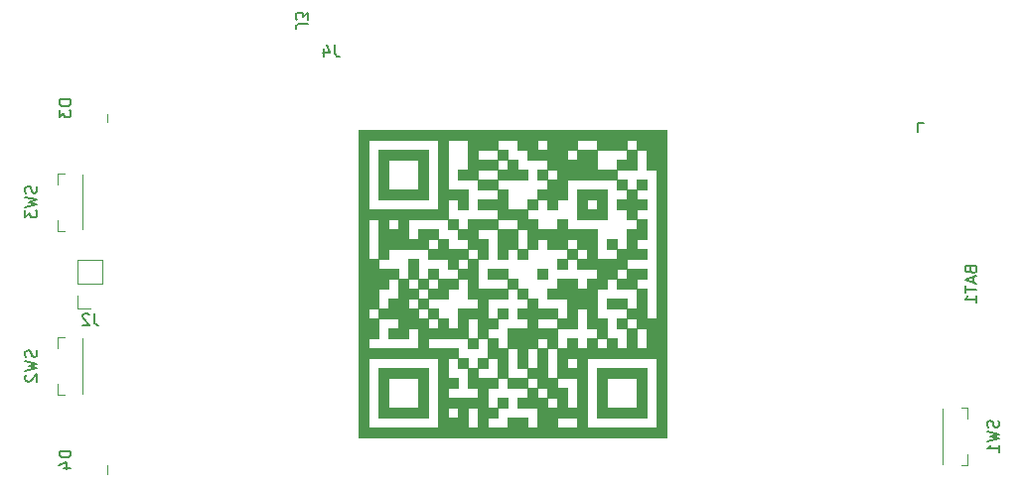
<source format=gbr>
G04 #@! TF.GenerationSoftware,KiCad,Pcbnew,5.1.2*
G04 #@! TF.CreationDate,2019-07-04T05:17:55+02:00*
G04 #@! TF.ProjectId,eside_rev17,65736964-655f-4726-9576-31372e6b6963,rev?*
G04 #@! TF.SameCoordinates,Original*
G04 #@! TF.FileFunction,Legend,Bot*
G04 #@! TF.FilePolarity,Positive*
%FSLAX46Y46*%
G04 Gerber Fmt 4.6, Leading zero omitted, Abs format (unit mm)*
G04 Created by KiCad (PCBNEW 5.1.2) date 2019-07-04 05:17:55*
%MOMM*%
%LPD*%
G04 APERTURE LIST*
%ADD10C,0.120000*%
%ADD11C,0.010000*%
%ADD12C,0.150000*%
G04 APERTURE END LIST*
D10*
X41225000Y-46475000D02*
X41225000Y-45550000D01*
X41775000Y-50450000D02*
X41225000Y-50450000D01*
X41775000Y-45550000D02*
X41225000Y-45550000D01*
X43350000Y-50350000D02*
X43350000Y-45650000D01*
X41225000Y-50450000D02*
X41225000Y-49525000D01*
X41225000Y-60475000D02*
X41225000Y-59550000D01*
X41775000Y-64450000D02*
X41225000Y-64450000D01*
X41775000Y-59550000D02*
X41225000Y-59550000D01*
X43350000Y-64350000D02*
X43350000Y-59650000D01*
X41225000Y-64450000D02*
X41225000Y-63525000D01*
X118775000Y-69525000D02*
X118775000Y-70450000D01*
X118225000Y-65550000D02*
X118775000Y-65550000D01*
X118225000Y-70450000D02*
X118775000Y-70450000D01*
X116650000Y-65650000D02*
X116650000Y-70350000D01*
X118775000Y-65550000D02*
X118775000Y-66475000D01*
D11*
G36*
X91430000Y-62196667D02*
G01*
X87196667Y-62196667D01*
X87196667Y-65583333D01*
X88043333Y-65583333D01*
X88043333Y-63043333D01*
X90583333Y-63043333D01*
X90583333Y-65583333D01*
X88043333Y-65583333D01*
X87196667Y-65583333D01*
X87196667Y-66430000D01*
X91430000Y-66430000D01*
X91430000Y-62196667D01*
X91430000Y-62196667D01*
G37*
X91430000Y-62196667D02*
X87196667Y-62196667D01*
X87196667Y-65583333D01*
X88043333Y-65583333D01*
X88043333Y-63043333D01*
X90583333Y-63043333D01*
X90583333Y-65583333D01*
X88043333Y-65583333D01*
X87196667Y-65583333D01*
X87196667Y-66430000D01*
X91430000Y-66430000D01*
X91430000Y-62196667D01*
G36*
X72803333Y-62196667D02*
G01*
X68570000Y-62196667D01*
X68570000Y-65583333D01*
X69416667Y-65583333D01*
X69416667Y-63043333D01*
X71956667Y-63043333D01*
X71956667Y-65583333D01*
X69416667Y-65583333D01*
X68570000Y-65583333D01*
X68570000Y-66430000D01*
X72803333Y-66430000D01*
X72803333Y-62196667D01*
X72803333Y-62196667D01*
G37*
X72803333Y-62196667D02*
X68570000Y-62196667D01*
X68570000Y-65583333D01*
X69416667Y-65583333D01*
X69416667Y-63043333D01*
X71956667Y-63043333D01*
X71956667Y-65583333D01*
X69416667Y-65583333D01*
X68570000Y-65583333D01*
X68570000Y-66430000D01*
X72803333Y-66430000D01*
X72803333Y-62196667D01*
G36*
X79576667Y-64736667D02*
G01*
X78730000Y-64736667D01*
X78730000Y-65583333D01*
X79576667Y-65583333D01*
X79576667Y-64736667D01*
X79576667Y-64736667D01*
G37*
X79576667Y-64736667D02*
X78730000Y-64736667D01*
X78730000Y-65583333D01*
X79576667Y-65583333D01*
X79576667Y-64736667D01*
G36*
X76190000Y-61350000D02*
G01*
X75343333Y-61350000D01*
X75343333Y-62196667D01*
X76190000Y-62196667D01*
X76190000Y-61350000D01*
X76190000Y-61350000D01*
G37*
X76190000Y-61350000D02*
X75343333Y-61350000D01*
X75343333Y-62196667D01*
X76190000Y-62196667D01*
X76190000Y-61350000D01*
G36*
X77036667Y-59656667D02*
G01*
X76190000Y-59656667D01*
X76190000Y-60503333D01*
X77036667Y-60503333D01*
X77036667Y-59656667D01*
X77036667Y-59656667D01*
G37*
X77036667Y-59656667D02*
X76190000Y-59656667D01*
X76190000Y-60503333D01*
X77036667Y-60503333D01*
X77036667Y-59656667D01*
G36*
X89736667Y-57963333D02*
G01*
X88890000Y-57963333D01*
X88890000Y-58810000D01*
X89736667Y-58810000D01*
X89736667Y-57963333D01*
X89736667Y-57963333D01*
G37*
X89736667Y-57963333D02*
X88890000Y-57963333D01*
X88890000Y-58810000D01*
X89736667Y-58810000D01*
X89736667Y-57963333D01*
G36*
X79576667Y-57116667D02*
G01*
X78730000Y-57116667D01*
X78730000Y-57963333D01*
X79576667Y-57963333D01*
X79576667Y-57116667D01*
X79576667Y-57116667D01*
G37*
X79576667Y-57116667D02*
X78730000Y-57116667D01*
X78730000Y-57963333D01*
X79576667Y-57963333D01*
X79576667Y-57116667D01*
G36*
X89736667Y-56270000D02*
G01*
X88043333Y-56270000D01*
X88043333Y-57116667D01*
X89736667Y-57116667D01*
X89736667Y-56270000D01*
X89736667Y-56270000D01*
G37*
X89736667Y-56270000D02*
X88043333Y-56270000D01*
X88043333Y-57116667D01*
X89736667Y-57116667D01*
X89736667Y-56270000D01*
G36*
X82963333Y-53730000D02*
G01*
X82116667Y-53730000D01*
X82116667Y-54576667D01*
X82963333Y-54576667D01*
X82963333Y-53730000D01*
X82963333Y-53730000D01*
G37*
X82963333Y-53730000D02*
X82116667Y-53730000D01*
X82116667Y-54576667D01*
X82963333Y-54576667D01*
X82963333Y-53730000D01*
G36*
X71956667Y-55423333D02*
G01*
X72803333Y-55423333D01*
X72803333Y-54576667D01*
X73650000Y-54576667D01*
X73650000Y-55423333D01*
X72803333Y-55423333D01*
X72803333Y-56270000D01*
X74496667Y-56270000D01*
X74496667Y-55423333D01*
X75343333Y-55423333D01*
X75343333Y-54576667D01*
X73650000Y-54576667D01*
X73650000Y-53730000D01*
X72803333Y-53730000D01*
X72803333Y-54576667D01*
X71956667Y-54576667D01*
X71956667Y-55423333D01*
X71956667Y-55423333D01*
G37*
X71956667Y-55423333D02*
X72803333Y-55423333D01*
X72803333Y-54576667D01*
X73650000Y-54576667D01*
X73650000Y-55423333D01*
X72803333Y-55423333D01*
X72803333Y-56270000D01*
X74496667Y-56270000D01*
X74496667Y-55423333D01*
X75343333Y-55423333D01*
X75343333Y-54576667D01*
X73650000Y-54576667D01*
X73650000Y-53730000D01*
X72803333Y-53730000D01*
X72803333Y-54576667D01*
X71956667Y-54576667D01*
X71956667Y-55423333D01*
G36*
X71956667Y-56270000D02*
G01*
X71956667Y-57116667D01*
X72803333Y-57116667D01*
X72803333Y-56270000D01*
X71956667Y-56270000D01*
X71956667Y-56270000D01*
G37*
X71956667Y-56270000D02*
X71956667Y-57116667D01*
X72803333Y-57116667D01*
X72803333Y-56270000D01*
X71956667Y-56270000D01*
G36*
X72803333Y-57963333D02*
G01*
X73650000Y-57963333D01*
X73650000Y-57116667D01*
X72803333Y-57116667D01*
X72803333Y-57963333D01*
X72803333Y-57963333D01*
G37*
X72803333Y-57963333D02*
X73650000Y-57963333D01*
X73650000Y-57116667D01*
X72803333Y-57116667D01*
X72803333Y-57963333D01*
G36*
X71956667Y-52883333D02*
G01*
X71110000Y-52883333D01*
X71110000Y-54576667D01*
X71956667Y-54576667D01*
X71956667Y-52883333D01*
X71956667Y-52883333D01*
G37*
X71956667Y-52883333D02*
X71110000Y-52883333D01*
X71110000Y-54576667D01*
X71956667Y-54576667D01*
X71956667Y-52883333D01*
G36*
X88043333Y-46956667D02*
G01*
X85503333Y-46956667D01*
X85503333Y-48650000D01*
X86350000Y-48650000D01*
X86350000Y-47803333D01*
X87196667Y-47803333D01*
X87196667Y-48650000D01*
X86350000Y-48650000D01*
X85503333Y-48650000D01*
X85503333Y-49496667D01*
X88043333Y-49496667D01*
X88043333Y-46956667D01*
X88043333Y-46956667D01*
G37*
X88043333Y-46956667D02*
X85503333Y-46956667D01*
X85503333Y-48650000D01*
X86350000Y-48650000D01*
X86350000Y-47803333D01*
X87196667Y-47803333D01*
X87196667Y-48650000D01*
X86350000Y-48650000D01*
X85503333Y-48650000D01*
X85503333Y-49496667D01*
X88043333Y-49496667D01*
X88043333Y-46956667D01*
G36*
X82963333Y-45263333D02*
G01*
X82116667Y-45263333D01*
X82116667Y-46110000D01*
X82963333Y-46110000D01*
X82963333Y-45263333D01*
X82963333Y-45263333D01*
G37*
X82963333Y-45263333D02*
X82116667Y-45263333D01*
X82116667Y-46110000D01*
X82963333Y-46110000D01*
X82963333Y-45263333D01*
G36*
X90583333Y-43570000D02*
G01*
X89736667Y-43570000D01*
X89736667Y-44416667D01*
X88890000Y-44416667D01*
X88890000Y-45263333D01*
X90583333Y-45263333D01*
X90583333Y-43570000D01*
X90583333Y-43570000D01*
G37*
X90583333Y-43570000D02*
X89736667Y-43570000D01*
X89736667Y-44416667D01*
X88890000Y-44416667D01*
X88890000Y-45263333D01*
X90583333Y-45263333D01*
X90583333Y-43570000D01*
G36*
X89736667Y-47803333D02*
G01*
X88890000Y-47803333D01*
X88890000Y-48650000D01*
X89736667Y-48650000D01*
X89736667Y-49496667D01*
X90583333Y-49496667D01*
X90583333Y-48650000D01*
X91430000Y-48650000D01*
X91430000Y-47803333D01*
X90583333Y-47803333D01*
X90583333Y-46956667D01*
X89736667Y-46956667D01*
X89736667Y-47803333D01*
X89736667Y-47803333D01*
G37*
X89736667Y-47803333D02*
X88890000Y-47803333D01*
X88890000Y-48650000D01*
X89736667Y-48650000D01*
X89736667Y-49496667D01*
X90583333Y-49496667D01*
X90583333Y-48650000D01*
X91430000Y-48650000D01*
X91430000Y-47803333D01*
X90583333Y-47803333D01*
X90583333Y-46956667D01*
X89736667Y-46956667D01*
X89736667Y-47803333D01*
G36*
X90583333Y-50343333D02*
G01*
X89736667Y-50343333D01*
X89736667Y-52036667D01*
X88890000Y-52036667D01*
X88890000Y-52883333D01*
X87196667Y-52883333D01*
X87196667Y-50343333D01*
X84656667Y-50343333D01*
X84656667Y-49496667D01*
X83810000Y-49496667D01*
X83810000Y-50343333D01*
X82116667Y-50343333D01*
X82116667Y-49496667D01*
X81270000Y-49496667D01*
X81270000Y-48650000D01*
X79576667Y-48650000D01*
X79576667Y-46956667D01*
X78730000Y-46956667D01*
X78730000Y-47803333D01*
X77036667Y-47803333D01*
X77036667Y-48650000D01*
X78730000Y-48650000D01*
X78730000Y-49496667D01*
X76190000Y-49496667D01*
X76190000Y-50343333D01*
X75343333Y-50343333D01*
X75343333Y-51190000D01*
X76190000Y-51190000D01*
X76190000Y-52036667D01*
X77036667Y-52036667D01*
X77036667Y-52883333D01*
X77883333Y-52883333D01*
X77883333Y-51190000D01*
X77036667Y-51190000D01*
X77036667Y-50343333D01*
X78730000Y-50343333D01*
X78730000Y-49496667D01*
X80423333Y-49496667D01*
X80423333Y-50343333D01*
X78730000Y-50343333D01*
X78730000Y-52883333D01*
X79576667Y-52883333D01*
X79576667Y-52036667D01*
X80423333Y-52036667D01*
X80423333Y-50343333D01*
X81270000Y-50343333D01*
X81270000Y-52036667D01*
X80423333Y-52036667D01*
X80423333Y-52883333D01*
X81270000Y-52883333D01*
X81270000Y-52036667D01*
X82116667Y-52036667D01*
X82116667Y-51190000D01*
X82963333Y-51190000D01*
X82963333Y-52036667D01*
X84656667Y-52036667D01*
X84656667Y-51190000D01*
X85503333Y-51190000D01*
X85503333Y-52036667D01*
X84656667Y-52036667D01*
X84656667Y-52883333D01*
X85503333Y-52883333D01*
X85503333Y-52036667D01*
X86350000Y-52036667D01*
X86350000Y-52883333D01*
X85503333Y-52883333D01*
X85503333Y-53730000D01*
X87196667Y-53730000D01*
X87196667Y-54576667D01*
X86350000Y-54576667D01*
X86350000Y-55423333D01*
X85503333Y-55423333D01*
X85503333Y-54576667D01*
X83810000Y-54576667D01*
X83810000Y-55423333D01*
X82963333Y-55423333D01*
X82963333Y-56270000D01*
X84656667Y-56270000D01*
X84656667Y-57963333D01*
X83810000Y-57963333D01*
X83810000Y-58810000D01*
X85503333Y-58810000D01*
X85503333Y-57116667D01*
X86350000Y-57116667D01*
X86350000Y-58810000D01*
X87196667Y-58810000D01*
X87196667Y-59656667D01*
X88043333Y-59656667D01*
X88043333Y-57963333D01*
X87196667Y-57963333D01*
X87196667Y-55423333D01*
X88043333Y-55423333D01*
X88043333Y-54576667D01*
X88890000Y-54576667D01*
X88890000Y-53730000D01*
X89736667Y-53730000D01*
X89736667Y-54576667D01*
X88890000Y-54576667D01*
X88890000Y-55423333D01*
X90583333Y-55423333D01*
X90583333Y-54576667D01*
X91430000Y-54576667D01*
X91430000Y-53730000D01*
X89736667Y-53730000D01*
X89736667Y-52883333D01*
X91430000Y-52883333D01*
X91430000Y-52036667D01*
X90583333Y-52036667D01*
X90583333Y-51190000D01*
X91430000Y-51190000D01*
X91430000Y-49496667D01*
X90583333Y-49496667D01*
X90583333Y-50343333D01*
X90583333Y-50343333D01*
G37*
X90583333Y-50343333D02*
X89736667Y-50343333D01*
X89736667Y-52036667D01*
X88890000Y-52036667D01*
X88890000Y-52883333D01*
X87196667Y-52883333D01*
X87196667Y-50343333D01*
X84656667Y-50343333D01*
X84656667Y-49496667D01*
X83810000Y-49496667D01*
X83810000Y-50343333D01*
X82116667Y-50343333D01*
X82116667Y-49496667D01*
X81270000Y-49496667D01*
X81270000Y-48650000D01*
X79576667Y-48650000D01*
X79576667Y-46956667D01*
X78730000Y-46956667D01*
X78730000Y-47803333D01*
X77036667Y-47803333D01*
X77036667Y-48650000D01*
X78730000Y-48650000D01*
X78730000Y-49496667D01*
X76190000Y-49496667D01*
X76190000Y-50343333D01*
X75343333Y-50343333D01*
X75343333Y-51190000D01*
X76190000Y-51190000D01*
X76190000Y-52036667D01*
X77036667Y-52036667D01*
X77036667Y-52883333D01*
X77883333Y-52883333D01*
X77883333Y-51190000D01*
X77036667Y-51190000D01*
X77036667Y-50343333D01*
X78730000Y-50343333D01*
X78730000Y-49496667D01*
X80423333Y-49496667D01*
X80423333Y-50343333D01*
X78730000Y-50343333D01*
X78730000Y-52883333D01*
X79576667Y-52883333D01*
X79576667Y-52036667D01*
X80423333Y-52036667D01*
X80423333Y-50343333D01*
X81270000Y-50343333D01*
X81270000Y-52036667D01*
X80423333Y-52036667D01*
X80423333Y-52883333D01*
X81270000Y-52883333D01*
X81270000Y-52036667D01*
X82116667Y-52036667D01*
X82116667Y-51190000D01*
X82963333Y-51190000D01*
X82963333Y-52036667D01*
X84656667Y-52036667D01*
X84656667Y-51190000D01*
X85503333Y-51190000D01*
X85503333Y-52036667D01*
X84656667Y-52036667D01*
X84656667Y-52883333D01*
X85503333Y-52883333D01*
X85503333Y-52036667D01*
X86350000Y-52036667D01*
X86350000Y-52883333D01*
X85503333Y-52883333D01*
X85503333Y-53730000D01*
X87196667Y-53730000D01*
X87196667Y-54576667D01*
X86350000Y-54576667D01*
X86350000Y-55423333D01*
X85503333Y-55423333D01*
X85503333Y-54576667D01*
X83810000Y-54576667D01*
X83810000Y-55423333D01*
X82963333Y-55423333D01*
X82963333Y-56270000D01*
X84656667Y-56270000D01*
X84656667Y-57963333D01*
X83810000Y-57963333D01*
X83810000Y-58810000D01*
X85503333Y-58810000D01*
X85503333Y-57116667D01*
X86350000Y-57116667D01*
X86350000Y-58810000D01*
X87196667Y-58810000D01*
X87196667Y-59656667D01*
X88043333Y-59656667D01*
X88043333Y-57963333D01*
X87196667Y-57963333D01*
X87196667Y-55423333D01*
X88043333Y-55423333D01*
X88043333Y-54576667D01*
X88890000Y-54576667D01*
X88890000Y-53730000D01*
X89736667Y-53730000D01*
X89736667Y-54576667D01*
X88890000Y-54576667D01*
X88890000Y-55423333D01*
X90583333Y-55423333D01*
X90583333Y-54576667D01*
X91430000Y-54576667D01*
X91430000Y-53730000D01*
X89736667Y-53730000D01*
X89736667Y-52883333D01*
X91430000Y-52883333D01*
X91430000Y-52036667D01*
X90583333Y-52036667D01*
X90583333Y-51190000D01*
X91430000Y-51190000D01*
X91430000Y-49496667D01*
X90583333Y-49496667D01*
X90583333Y-50343333D01*
G36*
X89736667Y-46110000D02*
G01*
X88890000Y-46110000D01*
X88890000Y-46956667D01*
X89736667Y-46956667D01*
X89736667Y-46110000D01*
X89736667Y-46110000D01*
G37*
X89736667Y-46110000D02*
X88890000Y-46110000D01*
X88890000Y-46956667D01*
X89736667Y-46956667D01*
X89736667Y-46110000D01*
G36*
X79576667Y-45263333D02*
G01*
X78730000Y-45263333D01*
X78730000Y-46110000D01*
X81270000Y-46110000D01*
X81270000Y-45263333D01*
X80423333Y-45263333D01*
X80423333Y-44416667D01*
X79576667Y-44416667D01*
X79576667Y-45263333D01*
X79576667Y-45263333D01*
G37*
X79576667Y-45263333D02*
X78730000Y-45263333D01*
X78730000Y-46110000D01*
X81270000Y-46110000D01*
X81270000Y-45263333D01*
X80423333Y-45263333D01*
X80423333Y-44416667D01*
X79576667Y-44416667D01*
X79576667Y-45263333D01*
G36*
X77036667Y-46110000D02*
G01*
X77036667Y-46956667D01*
X78730000Y-46956667D01*
X78730000Y-46110000D01*
X77036667Y-46110000D01*
X77036667Y-46110000D01*
G37*
X77036667Y-46110000D02*
X77036667Y-46956667D01*
X78730000Y-46956667D01*
X78730000Y-46110000D01*
X77036667Y-46110000D01*
G36*
X88890000Y-51190000D02*
G01*
X88043333Y-51190000D01*
X88043333Y-52036667D01*
X88890000Y-52036667D01*
X88890000Y-51190000D01*
X88890000Y-51190000D01*
G37*
X88890000Y-51190000D02*
X88043333Y-51190000D01*
X88043333Y-52036667D01*
X88890000Y-52036667D01*
X88890000Y-51190000D01*
G36*
X79576667Y-43570000D02*
G01*
X78730000Y-43570000D01*
X78730000Y-44416667D01*
X79576667Y-44416667D01*
X79576667Y-43570000D01*
X79576667Y-43570000D01*
G37*
X79576667Y-43570000D02*
X78730000Y-43570000D01*
X78730000Y-44416667D01*
X79576667Y-44416667D01*
X79576667Y-43570000D01*
G36*
X75343333Y-49496667D02*
G01*
X74496667Y-49496667D01*
X74496667Y-50343333D01*
X75343333Y-50343333D01*
X75343333Y-49496667D01*
X75343333Y-49496667D01*
G37*
X75343333Y-49496667D02*
X74496667Y-49496667D01*
X74496667Y-50343333D01*
X75343333Y-50343333D01*
X75343333Y-49496667D01*
G36*
X74496667Y-52036667D02*
G01*
X74496667Y-51190000D01*
X73650000Y-51190000D01*
X73650000Y-52036667D01*
X72803333Y-52036667D01*
X72803333Y-52883333D01*
X74496667Y-52883333D01*
X74496667Y-53730000D01*
X75343333Y-53730000D01*
X75343333Y-52883333D01*
X76190000Y-52883333D01*
X76190000Y-52036667D01*
X74496667Y-52036667D01*
X74496667Y-52036667D01*
G37*
X74496667Y-52036667D02*
X74496667Y-51190000D01*
X73650000Y-51190000D01*
X73650000Y-52036667D01*
X72803333Y-52036667D01*
X72803333Y-52883333D01*
X74496667Y-52883333D01*
X74496667Y-53730000D01*
X75343333Y-53730000D01*
X75343333Y-52883333D01*
X76190000Y-52883333D01*
X76190000Y-52036667D01*
X74496667Y-52036667D01*
G36*
X83810000Y-57116667D02*
G01*
X82116667Y-57116667D01*
X82116667Y-56270000D01*
X81270000Y-56270000D01*
X81270000Y-57116667D01*
X80423333Y-57116667D01*
X80423333Y-57963333D01*
X81270000Y-57963333D01*
X81270000Y-58810000D01*
X79576667Y-58810000D01*
X79576667Y-60503333D01*
X80423333Y-60503333D01*
X80423333Y-62196667D01*
X81270000Y-62196667D01*
X81270000Y-60503333D01*
X82116667Y-60503333D01*
X82116667Y-59656667D01*
X82963333Y-59656667D01*
X82963333Y-60503333D01*
X83810000Y-60503333D01*
X83810000Y-58810000D01*
X82116667Y-58810000D01*
X82116667Y-57963333D01*
X83810000Y-57963333D01*
X83810000Y-57116667D01*
X83810000Y-57116667D01*
G37*
X83810000Y-57116667D02*
X82116667Y-57116667D01*
X82116667Y-56270000D01*
X81270000Y-56270000D01*
X81270000Y-57116667D01*
X80423333Y-57116667D01*
X80423333Y-57963333D01*
X81270000Y-57963333D01*
X81270000Y-58810000D01*
X79576667Y-58810000D01*
X79576667Y-60503333D01*
X80423333Y-60503333D01*
X80423333Y-62196667D01*
X81270000Y-62196667D01*
X81270000Y-60503333D01*
X82116667Y-60503333D01*
X82116667Y-59656667D01*
X82963333Y-59656667D01*
X82963333Y-60503333D01*
X83810000Y-60503333D01*
X83810000Y-58810000D01*
X82116667Y-58810000D01*
X82116667Y-57963333D01*
X83810000Y-57963333D01*
X83810000Y-57116667D01*
G36*
X79576667Y-55423333D02*
G01*
X80423333Y-55423333D01*
X80423333Y-54576667D01*
X79576667Y-54576667D01*
X79576667Y-55423333D01*
X79576667Y-55423333D01*
G37*
X79576667Y-55423333D02*
X80423333Y-55423333D01*
X80423333Y-54576667D01*
X79576667Y-54576667D01*
X79576667Y-55423333D01*
G36*
X80423333Y-56270000D02*
G01*
X81270000Y-56270000D01*
X81270000Y-55423333D01*
X80423333Y-55423333D01*
X80423333Y-56270000D01*
X80423333Y-56270000D01*
G37*
X80423333Y-56270000D02*
X81270000Y-56270000D01*
X81270000Y-55423333D01*
X80423333Y-55423333D01*
X80423333Y-56270000D01*
G36*
X83810000Y-52883333D02*
G01*
X83810000Y-53730000D01*
X84656667Y-53730000D01*
X84656667Y-52883333D01*
X83810000Y-52883333D01*
X83810000Y-52883333D01*
G37*
X83810000Y-52883333D02*
X83810000Y-53730000D01*
X84656667Y-53730000D01*
X84656667Y-52883333D01*
X83810000Y-52883333D01*
G36*
X78730000Y-60503333D02*
G01*
X78730000Y-59656667D01*
X77883333Y-59656667D01*
X77883333Y-61350000D01*
X78730000Y-61350000D01*
X78730000Y-63043333D01*
X79576667Y-63043333D01*
X79576667Y-60503333D01*
X78730000Y-60503333D01*
X78730000Y-60503333D01*
G37*
X78730000Y-60503333D02*
X78730000Y-59656667D01*
X77883333Y-59656667D01*
X77883333Y-61350000D01*
X78730000Y-61350000D01*
X78730000Y-63043333D01*
X79576667Y-63043333D01*
X79576667Y-60503333D01*
X78730000Y-60503333D01*
G36*
X79576667Y-53730000D02*
G01*
X77883333Y-53730000D01*
X77883333Y-54576667D01*
X79576667Y-54576667D01*
X79576667Y-53730000D01*
X79576667Y-53730000D01*
G37*
X79576667Y-53730000D02*
X77883333Y-53730000D01*
X77883333Y-54576667D01*
X79576667Y-54576667D01*
X79576667Y-53730000D01*
G36*
X79576667Y-63890000D02*
G01*
X81270000Y-63890000D01*
X81270000Y-63043333D01*
X79576667Y-63043333D01*
X79576667Y-63890000D01*
X79576667Y-63890000D01*
G37*
X79576667Y-63890000D02*
X81270000Y-63890000D01*
X81270000Y-63043333D01*
X79576667Y-63043333D01*
X79576667Y-63890000D01*
G36*
X82116667Y-47803333D02*
G01*
X81270000Y-47803333D01*
X81270000Y-48650000D01*
X82116667Y-48650000D01*
X82116667Y-47803333D01*
X82116667Y-47803333D01*
G37*
X82116667Y-47803333D02*
X81270000Y-47803333D01*
X81270000Y-48650000D01*
X82116667Y-48650000D01*
X82116667Y-47803333D01*
G36*
X91430000Y-46110000D02*
G01*
X90583333Y-46110000D01*
X90583333Y-46956667D01*
X91430000Y-46956667D01*
X91430000Y-46110000D01*
X91430000Y-46110000D01*
G37*
X91430000Y-46110000D02*
X90583333Y-46110000D01*
X90583333Y-46956667D01*
X91430000Y-46956667D01*
X91430000Y-46110000D01*
G36*
X77036667Y-61350000D02*
G01*
X77036667Y-62196667D01*
X77883333Y-62196667D01*
X77883333Y-61350000D01*
X77036667Y-61350000D01*
X77036667Y-61350000D01*
G37*
X77036667Y-61350000D02*
X77036667Y-62196667D01*
X77883333Y-62196667D01*
X77883333Y-61350000D01*
X77036667Y-61350000D01*
G36*
X72803333Y-43570000D02*
G01*
X68570000Y-43570000D01*
X68570000Y-46956667D01*
X69416667Y-46956667D01*
X69416667Y-44416667D01*
X71956667Y-44416667D01*
X71956667Y-46956667D01*
X69416667Y-46956667D01*
X68570000Y-46956667D01*
X68570000Y-47803333D01*
X72803333Y-47803333D01*
X72803333Y-43570000D01*
X72803333Y-43570000D01*
G37*
X72803333Y-43570000D02*
X68570000Y-43570000D01*
X68570000Y-46956667D01*
X69416667Y-46956667D01*
X69416667Y-44416667D01*
X71956667Y-44416667D01*
X71956667Y-46956667D01*
X69416667Y-46956667D01*
X68570000Y-46956667D01*
X68570000Y-47803333D01*
X72803333Y-47803333D01*
X72803333Y-43570000D01*
G36*
X93123333Y-41876667D02*
G01*
X66876667Y-41876667D01*
X66876667Y-48650000D01*
X67723333Y-48650000D01*
X67723333Y-42723333D01*
X73650000Y-42723333D01*
X73650000Y-48650000D01*
X67723333Y-48650000D01*
X66876667Y-48650000D01*
X66876667Y-52883333D01*
X67723333Y-52883333D01*
X67723333Y-49496667D01*
X68570000Y-49496667D01*
X68570000Y-50343333D01*
X69416667Y-50343333D01*
X69416667Y-49496667D01*
X70263333Y-49496667D01*
X70263333Y-50343333D01*
X69416667Y-50343333D01*
X68570000Y-50343333D01*
X68570000Y-52883333D01*
X67723333Y-52883333D01*
X66876667Y-52883333D01*
X66876667Y-53730000D01*
X68570000Y-53730000D01*
X68570000Y-52883333D01*
X69416667Y-52883333D01*
X69416667Y-52036667D01*
X72803333Y-52036667D01*
X72803333Y-51190000D01*
X73650000Y-51190000D01*
X73650000Y-50343333D01*
X71956667Y-50343333D01*
X71956667Y-51190000D01*
X71110000Y-51190000D01*
X71110000Y-49496667D01*
X74496667Y-49496667D01*
X74496667Y-47803333D01*
X75343333Y-47803333D01*
X75343333Y-48650000D01*
X76190000Y-48650000D01*
X76190000Y-46956667D01*
X74496667Y-46956667D01*
X74496667Y-42723333D01*
X76190000Y-42723333D01*
X76190000Y-45263333D01*
X75343333Y-45263333D01*
X75343333Y-46110000D01*
X77036667Y-46110000D01*
X77036667Y-45263333D01*
X78730000Y-45263333D01*
X78730000Y-44416667D01*
X77036667Y-44416667D01*
X77036667Y-43570000D01*
X78730000Y-43570000D01*
X78730000Y-42723333D01*
X80423333Y-42723333D01*
X80423333Y-43570000D01*
X81270000Y-43570000D01*
X82116667Y-43570000D01*
X82116667Y-42723333D01*
X82963333Y-42723333D01*
X85503333Y-42723333D01*
X87196667Y-42723333D01*
X87196667Y-43570000D01*
X85503333Y-43570000D01*
X85503333Y-42723333D01*
X82963333Y-42723333D01*
X82963333Y-43570000D01*
X82116667Y-43570000D01*
X81270000Y-43570000D01*
X81270000Y-44416667D01*
X82963333Y-44416667D01*
X84656667Y-44416667D01*
X84656667Y-43570000D01*
X85503333Y-43570000D01*
X85503333Y-44416667D01*
X84656667Y-44416667D01*
X82963333Y-44416667D01*
X82963333Y-45263333D01*
X83810000Y-45263333D01*
X83810000Y-46110000D01*
X82963333Y-46110000D01*
X82963333Y-46956667D01*
X82116667Y-46956667D01*
X82116667Y-47803333D01*
X82963333Y-47803333D01*
X82963333Y-48650000D01*
X83810000Y-48650000D01*
X83810000Y-47803333D01*
X84656667Y-47803333D01*
X84656667Y-46110000D01*
X88890000Y-46110000D01*
X88890000Y-45263333D01*
X87196667Y-45263333D01*
X87196667Y-43570000D01*
X89736667Y-43570000D01*
X89736667Y-42723333D01*
X90583333Y-42723333D01*
X90583333Y-43570000D01*
X91430000Y-43570000D01*
X91430000Y-45263333D01*
X92276667Y-45263333D01*
X92276667Y-57963333D01*
X91430000Y-57963333D01*
X91430000Y-55423333D01*
X90583333Y-55423333D01*
X90583333Y-57116667D01*
X89736667Y-57116667D01*
X89736667Y-57963333D01*
X90583333Y-57963333D01*
X90583333Y-58810000D01*
X89736667Y-58810000D01*
X89736667Y-60503333D01*
X90583333Y-60503333D01*
X90583333Y-58810000D01*
X91430000Y-58810000D01*
X91430000Y-60503333D01*
X90583333Y-60503333D01*
X89736667Y-60503333D01*
X88890000Y-60503333D01*
X88890000Y-59656667D01*
X88043333Y-59656667D01*
X88043333Y-60503333D01*
X87196667Y-60503333D01*
X87196667Y-59656667D01*
X86350000Y-59656667D01*
X86350000Y-60503333D01*
X85503333Y-60503333D01*
X85503333Y-59656667D01*
X84656667Y-59656667D01*
X84656667Y-60503333D01*
X83810000Y-60503333D01*
X83810000Y-62196667D01*
X84656667Y-62196667D01*
X84656667Y-61350000D01*
X85503333Y-61350000D01*
X85503333Y-62196667D01*
X84656667Y-62196667D01*
X83810000Y-62196667D01*
X83810000Y-63043333D01*
X82963333Y-63043333D01*
X82963333Y-60503333D01*
X82116667Y-60503333D01*
X82116667Y-62196667D01*
X81270000Y-62196667D01*
X81270000Y-63043333D01*
X82116667Y-63043333D01*
X82116667Y-63890000D01*
X81270000Y-63890000D01*
X81270000Y-64736667D01*
X82116667Y-64736667D01*
X82116667Y-63890000D01*
X82963333Y-63890000D01*
X83810000Y-63890000D01*
X83810000Y-63043333D01*
X85503333Y-63043333D01*
X85503333Y-65583333D01*
X84656667Y-65583333D01*
X84656667Y-63890000D01*
X83810000Y-63890000D01*
X82963333Y-63890000D01*
X82963333Y-64736667D01*
X82116667Y-64736667D01*
X81270000Y-64736667D01*
X80423333Y-64736667D01*
X80423333Y-65583333D01*
X82116667Y-65583333D01*
X82963333Y-65583333D01*
X82963333Y-64736667D01*
X83810000Y-64736667D01*
X83810000Y-65583333D01*
X82963333Y-65583333D01*
X82116667Y-65583333D01*
X82116667Y-67276667D01*
X83810000Y-67276667D01*
X83810000Y-66430000D01*
X85503333Y-66430000D01*
X85503333Y-67276667D01*
X86350000Y-67276667D01*
X86350000Y-61350000D01*
X92276667Y-61350000D01*
X92276667Y-67276667D01*
X86350000Y-67276667D01*
X85503333Y-67276667D01*
X83810000Y-67276667D01*
X82116667Y-67276667D01*
X81270000Y-67276667D01*
X81270000Y-66430000D01*
X79576667Y-66430000D01*
X79576667Y-67276667D01*
X77883333Y-67276667D01*
X77883333Y-66430000D01*
X78730000Y-66430000D01*
X78730000Y-65583333D01*
X77883333Y-65583333D01*
X77883333Y-63890000D01*
X78730000Y-63890000D01*
X78730000Y-63043333D01*
X77036667Y-63043333D01*
X77036667Y-62196667D01*
X76190000Y-62196667D01*
X76190000Y-63890000D01*
X77036667Y-63890000D01*
X77036667Y-64736667D01*
X74496667Y-64736667D01*
X74496667Y-63890000D01*
X75343333Y-63890000D01*
X75343333Y-63043333D01*
X74496667Y-63043333D01*
X74496667Y-61350000D01*
X75343333Y-61350000D01*
X75343333Y-60503333D01*
X72803333Y-60503333D01*
X72803333Y-59656667D01*
X76190000Y-59656667D01*
X76190000Y-57963333D01*
X77036667Y-57963333D01*
X77036667Y-59656667D01*
X77883333Y-59656667D01*
X77883333Y-58810000D01*
X78730000Y-58810000D01*
X78730000Y-57963333D01*
X77883333Y-57963333D01*
X77883333Y-56270000D01*
X79576667Y-56270000D01*
X79576667Y-55423333D01*
X77036667Y-55423333D01*
X77036667Y-52883333D01*
X76190000Y-52883333D01*
X76190000Y-53730000D01*
X75343333Y-53730000D01*
X75343333Y-54576667D01*
X76190000Y-54576667D01*
X76190000Y-56270000D01*
X77036667Y-56270000D01*
X77036667Y-57116667D01*
X75343333Y-57116667D01*
X75343333Y-58810000D01*
X74496667Y-58810000D01*
X74496667Y-57963333D01*
X73650000Y-57963333D01*
X73650000Y-58810000D01*
X72803333Y-58810000D01*
X72803333Y-57963333D01*
X71956667Y-57963333D01*
X71956667Y-57116667D01*
X71110000Y-57116667D01*
X71110000Y-56270000D01*
X71956667Y-56270000D01*
X71956667Y-55423333D01*
X71110000Y-55423333D01*
X71110000Y-54576667D01*
X70263333Y-54576667D01*
X70263333Y-53730000D01*
X68570000Y-53730000D01*
X66876667Y-53730000D01*
X66876667Y-55423333D01*
X68570000Y-55423333D01*
X69416667Y-55423333D01*
X69416667Y-54576667D01*
X70263333Y-54576667D01*
X70263333Y-56270000D01*
X69416667Y-56270000D01*
X69416667Y-57116667D01*
X68570000Y-57116667D01*
X68570000Y-55423333D01*
X66876667Y-55423333D01*
X66876667Y-57963333D01*
X67723333Y-57963333D01*
X67723333Y-57116667D01*
X68570000Y-57116667D01*
X68570000Y-57963333D01*
X67723333Y-57963333D01*
X66876667Y-57963333D01*
X66876667Y-60503333D01*
X67723333Y-60503333D01*
X67723333Y-59656667D01*
X68570000Y-59656667D01*
X68570000Y-57963333D01*
X70263333Y-57963333D01*
X70263333Y-58810000D01*
X69416667Y-58810000D01*
X69416667Y-59656667D01*
X71110000Y-59656667D01*
X71110000Y-58810000D01*
X71956667Y-58810000D01*
X71956667Y-60503333D01*
X67723333Y-60503333D01*
X66876667Y-60503333D01*
X66876667Y-67276667D01*
X67723333Y-67276667D01*
X67723333Y-61350000D01*
X73650000Y-61350000D01*
X73650000Y-66430000D01*
X74496667Y-66430000D01*
X74496667Y-65583333D01*
X75343333Y-65583333D01*
X75343333Y-66430000D01*
X74496667Y-66430000D01*
X73650000Y-66430000D01*
X73650000Y-67276667D01*
X76190000Y-67276667D01*
X76190000Y-65583333D01*
X77036667Y-65583333D01*
X77036667Y-67276667D01*
X76190000Y-67276667D01*
X73650000Y-67276667D01*
X67723333Y-67276667D01*
X66876667Y-67276667D01*
X66876667Y-68123333D01*
X93123333Y-68123333D01*
X93123333Y-41876667D01*
X93123333Y-41876667D01*
G37*
X93123333Y-41876667D02*
X66876667Y-41876667D01*
X66876667Y-48650000D01*
X67723333Y-48650000D01*
X67723333Y-42723333D01*
X73650000Y-42723333D01*
X73650000Y-48650000D01*
X67723333Y-48650000D01*
X66876667Y-48650000D01*
X66876667Y-52883333D01*
X67723333Y-52883333D01*
X67723333Y-49496667D01*
X68570000Y-49496667D01*
X68570000Y-50343333D01*
X69416667Y-50343333D01*
X69416667Y-49496667D01*
X70263333Y-49496667D01*
X70263333Y-50343333D01*
X69416667Y-50343333D01*
X68570000Y-50343333D01*
X68570000Y-52883333D01*
X67723333Y-52883333D01*
X66876667Y-52883333D01*
X66876667Y-53730000D01*
X68570000Y-53730000D01*
X68570000Y-52883333D01*
X69416667Y-52883333D01*
X69416667Y-52036667D01*
X72803333Y-52036667D01*
X72803333Y-51190000D01*
X73650000Y-51190000D01*
X73650000Y-50343333D01*
X71956667Y-50343333D01*
X71956667Y-51190000D01*
X71110000Y-51190000D01*
X71110000Y-49496667D01*
X74496667Y-49496667D01*
X74496667Y-47803333D01*
X75343333Y-47803333D01*
X75343333Y-48650000D01*
X76190000Y-48650000D01*
X76190000Y-46956667D01*
X74496667Y-46956667D01*
X74496667Y-42723333D01*
X76190000Y-42723333D01*
X76190000Y-45263333D01*
X75343333Y-45263333D01*
X75343333Y-46110000D01*
X77036667Y-46110000D01*
X77036667Y-45263333D01*
X78730000Y-45263333D01*
X78730000Y-44416667D01*
X77036667Y-44416667D01*
X77036667Y-43570000D01*
X78730000Y-43570000D01*
X78730000Y-42723333D01*
X80423333Y-42723333D01*
X80423333Y-43570000D01*
X81270000Y-43570000D01*
X82116667Y-43570000D01*
X82116667Y-42723333D01*
X82963333Y-42723333D01*
X85503333Y-42723333D01*
X87196667Y-42723333D01*
X87196667Y-43570000D01*
X85503333Y-43570000D01*
X85503333Y-42723333D01*
X82963333Y-42723333D01*
X82963333Y-43570000D01*
X82116667Y-43570000D01*
X81270000Y-43570000D01*
X81270000Y-44416667D01*
X82963333Y-44416667D01*
X84656667Y-44416667D01*
X84656667Y-43570000D01*
X85503333Y-43570000D01*
X85503333Y-44416667D01*
X84656667Y-44416667D01*
X82963333Y-44416667D01*
X82963333Y-45263333D01*
X83810000Y-45263333D01*
X83810000Y-46110000D01*
X82963333Y-46110000D01*
X82963333Y-46956667D01*
X82116667Y-46956667D01*
X82116667Y-47803333D01*
X82963333Y-47803333D01*
X82963333Y-48650000D01*
X83810000Y-48650000D01*
X83810000Y-47803333D01*
X84656667Y-47803333D01*
X84656667Y-46110000D01*
X88890000Y-46110000D01*
X88890000Y-45263333D01*
X87196667Y-45263333D01*
X87196667Y-43570000D01*
X89736667Y-43570000D01*
X89736667Y-42723333D01*
X90583333Y-42723333D01*
X90583333Y-43570000D01*
X91430000Y-43570000D01*
X91430000Y-45263333D01*
X92276667Y-45263333D01*
X92276667Y-57963333D01*
X91430000Y-57963333D01*
X91430000Y-55423333D01*
X90583333Y-55423333D01*
X90583333Y-57116667D01*
X89736667Y-57116667D01*
X89736667Y-57963333D01*
X90583333Y-57963333D01*
X90583333Y-58810000D01*
X89736667Y-58810000D01*
X89736667Y-60503333D01*
X90583333Y-60503333D01*
X90583333Y-58810000D01*
X91430000Y-58810000D01*
X91430000Y-60503333D01*
X90583333Y-60503333D01*
X89736667Y-60503333D01*
X88890000Y-60503333D01*
X88890000Y-59656667D01*
X88043333Y-59656667D01*
X88043333Y-60503333D01*
X87196667Y-60503333D01*
X87196667Y-59656667D01*
X86350000Y-59656667D01*
X86350000Y-60503333D01*
X85503333Y-60503333D01*
X85503333Y-59656667D01*
X84656667Y-59656667D01*
X84656667Y-60503333D01*
X83810000Y-60503333D01*
X83810000Y-62196667D01*
X84656667Y-62196667D01*
X84656667Y-61350000D01*
X85503333Y-61350000D01*
X85503333Y-62196667D01*
X84656667Y-62196667D01*
X83810000Y-62196667D01*
X83810000Y-63043333D01*
X82963333Y-63043333D01*
X82963333Y-60503333D01*
X82116667Y-60503333D01*
X82116667Y-62196667D01*
X81270000Y-62196667D01*
X81270000Y-63043333D01*
X82116667Y-63043333D01*
X82116667Y-63890000D01*
X81270000Y-63890000D01*
X81270000Y-64736667D01*
X82116667Y-64736667D01*
X82116667Y-63890000D01*
X82963333Y-63890000D01*
X83810000Y-63890000D01*
X83810000Y-63043333D01*
X85503333Y-63043333D01*
X85503333Y-65583333D01*
X84656667Y-65583333D01*
X84656667Y-63890000D01*
X83810000Y-63890000D01*
X82963333Y-63890000D01*
X82963333Y-64736667D01*
X82116667Y-64736667D01*
X81270000Y-64736667D01*
X80423333Y-64736667D01*
X80423333Y-65583333D01*
X82116667Y-65583333D01*
X82963333Y-65583333D01*
X82963333Y-64736667D01*
X83810000Y-64736667D01*
X83810000Y-65583333D01*
X82963333Y-65583333D01*
X82116667Y-65583333D01*
X82116667Y-67276667D01*
X83810000Y-67276667D01*
X83810000Y-66430000D01*
X85503333Y-66430000D01*
X85503333Y-67276667D01*
X86350000Y-67276667D01*
X86350000Y-61350000D01*
X92276667Y-61350000D01*
X92276667Y-67276667D01*
X86350000Y-67276667D01*
X85503333Y-67276667D01*
X83810000Y-67276667D01*
X82116667Y-67276667D01*
X81270000Y-67276667D01*
X81270000Y-66430000D01*
X79576667Y-66430000D01*
X79576667Y-67276667D01*
X77883333Y-67276667D01*
X77883333Y-66430000D01*
X78730000Y-66430000D01*
X78730000Y-65583333D01*
X77883333Y-65583333D01*
X77883333Y-63890000D01*
X78730000Y-63890000D01*
X78730000Y-63043333D01*
X77036667Y-63043333D01*
X77036667Y-62196667D01*
X76190000Y-62196667D01*
X76190000Y-63890000D01*
X77036667Y-63890000D01*
X77036667Y-64736667D01*
X74496667Y-64736667D01*
X74496667Y-63890000D01*
X75343333Y-63890000D01*
X75343333Y-63043333D01*
X74496667Y-63043333D01*
X74496667Y-61350000D01*
X75343333Y-61350000D01*
X75343333Y-60503333D01*
X72803333Y-60503333D01*
X72803333Y-59656667D01*
X76190000Y-59656667D01*
X76190000Y-57963333D01*
X77036667Y-57963333D01*
X77036667Y-59656667D01*
X77883333Y-59656667D01*
X77883333Y-58810000D01*
X78730000Y-58810000D01*
X78730000Y-57963333D01*
X77883333Y-57963333D01*
X77883333Y-56270000D01*
X79576667Y-56270000D01*
X79576667Y-55423333D01*
X77036667Y-55423333D01*
X77036667Y-52883333D01*
X76190000Y-52883333D01*
X76190000Y-53730000D01*
X75343333Y-53730000D01*
X75343333Y-54576667D01*
X76190000Y-54576667D01*
X76190000Y-56270000D01*
X77036667Y-56270000D01*
X77036667Y-57116667D01*
X75343333Y-57116667D01*
X75343333Y-58810000D01*
X74496667Y-58810000D01*
X74496667Y-57963333D01*
X73650000Y-57963333D01*
X73650000Y-58810000D01*
X72803333Y-58810000D01*
X72803333Y-57963333D01*
X71956667Y-57963333D01*
X71956667Y-57116667D01*
X71110000Y-57116667D01*
X71110000Y-56270000D01*
X71956667Y-56270000D01*
X71956667Y-55423333D01*
X71110000Y-55423333D01*
X71110000Y-54576667D01*
X70263333Y-54576667D01*
X70263333Y-53730000D01*
X68570000Y-53730000D01*
X66876667Y-53730000D01*
X66876667Y-55423333D01*
X68570000Y-55423333D01*
X69416667Y-55423333D01*
X69416667Y-54576667D01*
X70263333Y-54576667D01*
X70263333Y-56270000D01*
X69416667Y-56270000D01*
X69416667Y-57116667D01*
X68570000Y-57116667D01*
X68570000Y-55423333D01*
X66876667Y-55423333D01*
X66876667Y-57963333D01*
X67723333Y-57963333D01*
X67723333Y-57116667D01*
X68570000Y-57116667D01*
X68570000Y-57963333D01*
X67723333Y-57963333D01*
X66876667Y-57963333D01*
X66876667Y-60503333D01*
X67723333Y-60503333D01*
X67723333Y-59656667D01*
X68570000Y-59656667D01*
X68570000Y-57963333D01*
X70263333Y-57963333D01*
X70263333Y-58810000D01*
X69416667Y-58810000D01*
X69416667Y-59656667D01*
X71110000Y-59656667D01*
X71110000Y-58810000D01*
X71956667Y-58810000D01*
X71956667Y-60503333D01*
X67723333Y-60503333D01*
X66876667Y-60503333D01*
X66876667Y-67276667D01*
X67723333Y-67276667D01*
X67723333Y-61350000D01*
X73650000Y-61350000D01*
X73650000Y-66430000D01*
X74496667Y-66430000D01*
X74496667Y-65583333D01*
X75343333Y-65583333D01*
X75343333Y-66430000D01*
X74496667Y-66430000D01*
X73650000Y-66430000D01*
X73650000Y-67276667D01*
X76190000Y-67276667D01*
X76190000Y-65583333D01*
X77036667Y-65583333D01*
X77036667Y-67276667D01*
X76190000Y-67276667D01*
X73650000Y-67276667D01*
X67723333Y-67276667D01*
X66876667Y-67276667D01*
X66876667Y-68123333D01*
X93123333Y-68123333D01*
X93123333Y-41876667D01*
D10*
X42940000Y-57060000D02*
X44000000Y-57060000D01*
X42940000Y-56000000D02*
X42940000Y-57060000D01*
X42940000Y-55000000D02*
X45060000Y-55000000D01*
X45060000Y-55000000D02*
X45060000Y-52940000D01*
X42940000Y-55000000D02*
X42940000Y-52940000D01*
X42940000Y-52940000D02*
X45060000Y-52940000D01*
D12*
X114500000Y-41300000D02*
X115000000Y-41300000D01*
X114500000Y-42000000D02*
X114500000Y-41300000D01*
D10*
X45400000Y-71200000D02*
X45400000Y-70500000D01*
X45400000Y-41200000D02*
X45400000Y-40500000D01*
D12*
X62507619Y-32833333D02*
X61793333Y-32833333D01*
X61650476Y-32880952D01*
X61555238Y-32976190D01*
X61507619Y-33119047D01*
X61507619Y-33214285D01*
X62507619Y-32452380D02*
X62507619Y-31833333D01*
X62126666Y-32166666D01*
X62126666Y-32023809D01*
X62079047Y-31928571D01*
X62031428Y-31880952D01*
X61936190Y-31833333D01*
X61698095Y-31833333D01*
X61602857Y-31880952D01*
X61555238Y-31928571D01*
X61507619Y-32023809D01*
X61507619Y-32309523D01*
X61555238Y-32404761D01*
X61602857Y-32452380D01*
X39404761Y-46666666D02*
X39452380Y-46809523D01*
X39452380Y-47047619D01*
X39404761Y-47142857D01*
X39357142Y-47190476D01*
X39261904Y-47238095D01*
X39166666Y-47238095D01*
X39071428Y-47190476D01*
X39023809Y-47142857D01*
X38976190Y-47047619D01*
X38928571Y-46857142D01*
X38880952Y-46761904D01*
X38833333Y-46714285D01*
X38738095Y-46666666D01*
X38642857Y-46666666D01*
X38547619Y-46714285D01*
X38500000Y-46761904D01*
X38452380Y-46857142D01*
X38452380Y-47095238D01*
X38500000Y-47238095D01*
X38452380Y-47571428D02*
X39452380Y-47809523D01*
X38738095Y-48000000D01*
X39452380Y-48190476D01*
X38452380Y-48428571D01*
X38452380Y-48714285D02*
X38452380Y-49333333D01*
X38833333Y-49000000D01*
X38833333Y-49142857D01*
X38880952Y-49238095D01*
X38928571Y-49285714D01*
X39023809Y-49333333D01*
X39261904Y-49333333D01*
X39357142Y-49285714D01*
X39404761Y-49238095D01*
X39452380Y-49142857D01*
X39452380Y-48857142D01*
X39404761Y-48761904D01*
X39357142Y-48714285D01*
X39404761Y-60666666D02*
X39452380Y-60809523D01*
X39452380Y-61047619D01*
X39404761Y-61142857D01*
X39357142Y-61190476D01*
X39261904Y-61238095D01*
X39166666Y-61238095D01*
X39071428Y-61190476D01*
X39023809Y-61142857D01*
X38976190Y-61047619D01*
X38928571Y-60857142D01*
X38880952Y-60761904D01*
X38833333Y-60714285D01*
X38738095Y-60666666D01*
X38642857Y-60666666D01*
X38547619Y-60714285D01*
X38500000Y-60761904D01*
X38452380Y-60857142D01*
X38452380Y-61095238D01*
X38500000Y-61238095D01*
X38452380Y-61571428D02*
X39452380Y-61809523D01*
X38738095Y-62000000D01*
X39452380Y-62190476D01*
X38452380Y-62428571D01*
X38547619Y-62761904D02*
X38500000Y-62809523D01*
X38452380Y-62904761D01*
X38452380Y-63142857D01*
X38500000Y-63238095D01*
X38547619Y-63285714D01*
X38642857Y-63333333D01*
X38738095Y-63333333D01*
X38880952Y-63285714D01*
X39452380Y-62714285D01*
X39452380Y-63333333D01*
X121404761Y-66666666D02*
X121452380Y-66809523D01*
X121452380Y-67047619D01*
X121404761Y-67142857D01*
X121357142Y-67190476D01*
X121261904Y-67238095D01*
X121166666Y-67238095D01*
X121071428Y-67190476D01*
X121023809Y-67142857D01*
X120976190Y-67047619D01*
X120928571Y-66857142D01*
X120880952Y-66761904D01*
X120833333Y-66714285D01*
X120738095Y-66666666D01*
X120642857Y-66666666D01*
X120547619Y-66714285D01*
X120500000Y-66761904D01*
X120452380Y-66857142D01*
X120452380Y-67095238D01*
X120500000Y-67238095D01*
X120452380Y-67571428D02*
X121452380Y-67809523D01*
X120738095Y-68000000D01*
X121452380Y-68190476D01*
X120452380Y-68428571D01*
X121452380Y-69333333D02*
X121452380Y-68761904D01*
X121452380Y-69047619D02*
X120452380Y-69047619D01*
X120595238Y-68952380D01*
X120690476Y-68857142D01*
X120738095Y-68761904D01*
X64833333Y-34602380D02*
X64833333Y-35316666D01*
X64880952Y-35459523D01*
X64976190Y-35554761D01*
X65119047Y-35602380D01*
X65214285Y-35602380D01*
X63928571Y-34935714D02*
X63928571Y-35602380D01*
X64166666Y-34554761D02*
X64404761Y-35269047D01*
X63785714Y-35269047D01*
X44333333Y-57512380D02*
X44333333Y-58226666D01*
X44380952Y-58369523D01*
X44476190Y-58464761D01*
X44619047Y-58512380D01*
X44714285Y-58512380D01*
X43904761Y-57607619D02*
X43857142Y-57560000D01*
X43761904Y-57512380D01*
X43523809Y-57512380D01*
X43428571Y-57560000D01*
X43380952Y-57607619D01*
X43333333Y-57702857D01*
X43333333Y-57798095D01*
X43380952Y-57940952D01*
X43952380Y-58512380D01*
X43333333Y-58512380D01*
X42342380Y-69261904D02*
X41342380Y-69261904D01*
X41342380Y-69500000D01*
X41390000Y-69642857D01*
X41485238Y-69738095D01*
X41580476Y-69785714D01*
X41770952Y-69833333D01*
X41913809Y-69833333D01*
X42104285Y-69785714D01*
X42199523Y-69738095D01*
X42294761Y-69642857D01*
X42342380Y-69500000D01*
X42342380Y-69261904D01*
X41675714Y-70690476D02*
X42342380Y-70690476D01*
X41294761Y-70452380D02*
X42009047Y-70214285D01*
X42009047Y-70833333D01*
X42342380Y-39261904D02*
X41342380Y-39261904D01*
X41342380Y-39500000D01*
X41390000Y-39642857D01*
X41485238Y-39738095D01*
X41580476Y-39785714D01*
X41770952Y-39833333D01*
X41913809Y-39833333D01*
X42104285Y-39785714D01*
X42199523Y-39738095D01*
X42294761Y-39642857D01*
X42342380Y-39500000D01*
X42342380Y-39261904D01*
X41342380Y-40166666D02*
X41342380Y-40785714D01*
X41723333Y-40452380D01*
X41723333Y-40595238D01*
X41770952Y-40690476D01*
X41818571Y-40738095D01*
X41913809Y-40785714D01*
X42151904Y-40785714D01*
X42247142Y-40738095D01*
X42294761Y-40690476D01*
X42342380Y-40595238D01*
X42342380Y-40309523D01*
X42294761Y-40214285D01*
X42247142Y-40166666D01*
X119028571Y-53785714D02*
X119076190Y-53928571D01*
X119123809Y-53976190D01*
X119219047Y-54023809D01*
X119361904Y-54023809D01*
X119457142Y-53976190D01*
X119504761Y-53928571D01*
X119552380Y-53833333D01*
X119552380Y-53452380D01*
X118552380Y-53452380D01*
X118552380Y-53785714D01*
X118600000Y-53880952D01*
X118647619Y-53928571D01*
X118742857Y-53976190D01*
X118838095Y-53976190D01*
X118933333Y-53928571D01*
X118980952Y-53880952D01*
X119028571Y-53785714D01*
X119028571Y-53452380D01*
X119266666Y-54404761D02*
X119266666Y-54880952D01*
X119552380Y-54309523D02*
X118552380Y-54642857D01*
X119552380Y-54976190D01*
X118552380Y-55166666D02*
X118552380Y-55738095D01*
X119552380Y-55452380D02*
X118552380Y-55452380D01*
X119552380Y-56595238D02*
X119552380Y-56023809D01*
X119552380Y-56309523D02*
X118552380Y-56309523D01*
X118695238Y-56214285D01*
X118790476Y-56119047D01*
X118838095Y-56023809D01*
M02*

</source>
